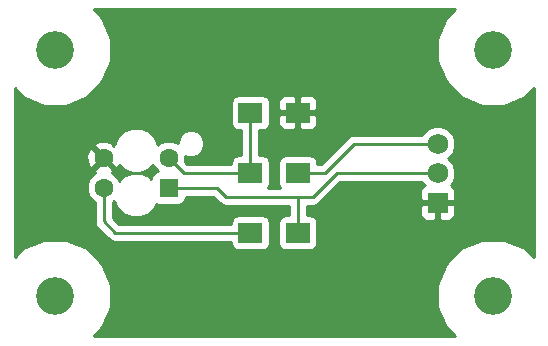
<source format=gbr>
G04 #@! TF.FileFunction,Copper,L1,Top,Signal*
%FSLAX46Y46*%
G04 Gerber Fmt 4.6, Leading zero omitted, Abs format (unit mm)*
G04 Created by KiCad (PCBNEW 4.0.3+e1-6302~38~ubuntu15.04.1-stable) date Fri Aug 26 22:49:12 2016*
%MOMM*%
%LPD*%
G01*
G04 APERTURE LIST*
%ADD10C,0.100000*%
%ADD11C,3.200000*%
%ADD12R,2.000000X1.700000*%
%ADD13R,1.600000X1.600000*%
%ADD14C,1.600000*%
%ADD15R,1.750000X1.750000*%
%ADD16C,1.750000*%
%ADD17C,0.250000*%
%ADD18C,0.254000*%
G04 APERTURE END LIST*
D10*
D11*
X132842000Y-87376000D03*
X169926000Y-87376000D03*
X132842000Y-108204000D03*
X169926000Y-108204000D03*
D12*
X149384000Y-92710000D03*
X153384000Y-92710000D03*
X153384000Y-97790000D03*
X149384000Y-97790000D03*
X153384000Y-102870000D03*
X149384000Y-102870000D03*
D13*
X142450000Y-99060000D03*
D14*
X142450000Y-96520000D03*
X136950000Y-96520000D03*
X136950000Y-99060000D03*
D15*
X165227000Y-100330000D03*
D16*
X165227000Y-97830000D03*
X165227000Y-95330000D03*
D17*
X149384000Y-97790000D02*
X143720000Y-97790000D01*
X143720000Y-97790000D02*
X142450000Y-96520000D01*
X149384000Y-97790000D02*
X149384000Y-92710000D01*
X149384000Y-102870000D02*
X137922000Y-102870000D01*
X136950000Y-101898000D02*
X136950000Y-99060000D01*
X137922000Y-102870000D02*
X136950000Y-101898000D01*
X155194000Y-97790000D02*
X155702000Y-97790000D01*
X155702000Y-97790000D02*
X158162000Y-95330000D01*
X165227000Y-95330000D02*
X158162000Y-95330000D01*
X153384000Y-97790000D02*
X155194000Y-97790000D01*
X165227000Y-97830000D02*
X156678000Y-97830000D01*
X156678000Y-97830000D02*
X155956000Y-98552000D01*
X147320000Y-99822000D02*
X153384000Y-99822000D01*
X146558000Y-99060000D02*
X147320000Y-99822000D01*
X142450000Y-99060000D02*
X146558000Y-99060000D01*
X153384000Y-101346000D02*
X153384000Y-99822000D01*
X153384000Y-99822000D02*
X154686000Y-99822000D01*
X154686000Y-99822000D02*
X155956000Y-98552000D01*
X153384000Y-102870000D02*
X153384000Y-101346000D01*
D18*
G36*
X165920981Y-84694874D02*
X165199823Y-86431617D01*
X165198182Y-88312133D01*
X165916308Y-90050132D01*
X167244874Y-91381019D01*
X168981617Y-92102177D01*
X170862133Y-92103818D01*
X172600132Y-91385692D01*
X173355000Y-90632141D01*
X173355000Y-104948161D01*
X172607126Y-104198981D01*
X170870383Y-103477823D01*
X168989867Y-103476182D01*
X167251868Y-104194308D01*
X165920981Y-105522874D01*
X165199823Y-107259617D01*
X165198182Y-109140133D01*
X165916308Y-110878132D01*
X166669859Y-111633000D01*
X136097839Y-111633000D01*
X136847019Y-110885126D01*
X137568177Y-109148383D01*
X137569818Y-107267867D01*
X136851692Y-105529868D01*
X135523126Y-104198981D01*
X133786383Y-103477823D01*
X131905867Y-103476182D01*
X130167868Y-104194308D01*
X129413000Y-104947859D01*
X129413000Y-99344187D01*
X135514752Y-99344187D01*
X135732757Y-99871800D01*
X136136077Y-100275824D01*
X136190000Y-100298215D01*
X136190000Y-101898000D01*
X136247852Y-102188839D01*
X136412599Y-102435401D01*
X137384599Y-103407401D01*
X137631161Y-103572148D01*
X137922000Y-103630000D01*
X147736560Y-103630000D01*
X147736560Y-103720000D01*
X147780838Y-103955317D01*
X147919910Y-104171441D01*
X148132110Y-104316431D01*
X148384000Y-104367440D01*
X150384000Y-104367440D01*
X150619317Y-104323162D01*
X150835441Y-104184090D01*
X150980431Y-103971890D01*
X151031440Y-103720000D01*
X151031440Y-102020000D01*
X150987162Y-101784683D01*
X150848090Y-101568559D01*
X150635890Y-101423569D01*
X150384000Y-101372560D01*
X148384000Y-101372560D01*
X148148683Y-101416838D01*
X147932559Y-101555910D01*
X147787569Y-101768110D01*
X147736560Y-102020000D01*
X147736560Y-102110000D01*
X138236802Y-102110000D01*
X137710000Y-101583198D01*
X137710000Y-100298646D01*
X137761800Y-100277243D01*
X137861817Y-100177400D01*
X138101043Y-100756372D01*
X138630839Y-101287093D01*
X139323405Y-101574672D01*
X140073305Y-101575326D01*
X140766372Y-101288957D01*
X141297093Y-100759161D01*
X141420883Y-100461043D01*
X141650000Y-100507440D01*
X143250000Y-100507440D01*
X143485317Y-100463162D01*
X143701441Y-100324090D01*
X143846431Y-100111890D01*
X143897440Y-99860000D01*
X143897440Y-99820000D01*
X146243198Y-99820000D01*
X146782599Y-100359401D01*
X147029161Y-100524148D01*
X147320000Y-100582000D01*
X152624000Y-100582000D01*
X152624000Y-101372560D01*
X152384000Y-101372560D01*
X152148683Y-101416838D01*
X151932559Y-101555910D01*
X151787569Y-101768110D01*
X151736560Y-102020000D01*
X151736560Y-103720000D01*
X151780838Y-103955317D01*
X151919910Y-104171441D01*
X152132110Y-104316431D01*
X152384000Y-104367440D01*
X154384000Y-104367440D01*
X154619317Y-104323162D01*
X154835441Y-104184090D01*
X154980431Y-103971890D01*
X155031440Y-103720000D01*
X155031440Y-102020000D01*
X154987162Y-101784683D01*
X154848090Y-101568559D01*
X154635890Y-101423569D01*
X154384000Y-101372560D01*
X154144000Y-101372560D01*
X154144000Y-100615750D01*
X163717000Y-100615750D01*
X163717000Y-101331309D01*
X163813673Y-101564698D01*
X163992301Y-101743327D01*
X164225690Y-101840000D01*
X164941250Y-101840000D01*
X165100000Y-101681250D01*
X165100000Y-100457000D01*
X165354000Y-100457000D01*
X165354000Y-101681250D01*
X165512750Y-101840000D01*
X166228310Y-101840000D01*
X166461699Y-101743327D01*
X166640327Y-101564698D01*
X166737000Y-101331309D01*
X166737000Y-100615750D01*
X166578250Y-100457000D01*
X165354000Y-100457000D01*
X165100000Y-100457000D01*
X163875750Y-100457000D01*
X163717000Y-100615750D01*
X154144000Y-100615750D01*
X154144000Y-100582000D01*
X154686000Y-100582000D01*
X154976839Y-100524148D01*
X155223401Y-100359401D01*
X156992802Y-98590000D01*
X163907203Y-98590000D01*
X163946138Y-98684229D01*
X164123802Y-98862203D01*
X163992301Y-98916673D01*
X163813673Y-99095302D01*
X163717000Y-99328691D01*
X163717000Y-100044250D01*
X163875750Y-100203000D01*
X165100000Y-100203000D01*
X165100000Y-100183000D01*
X165354000Y-100183000D01*
X165354000Y-100203000D01*
X166578250Y-100203000D01*
X166737000Y-100044250D01*
X166737000Y-99328691D01*
X166640327Y-99095302D01*
X166461699Y-98916673D01*
X166330286Y-98862240D01*
X166506370Y-98686463D01*
X166736738Y-98131675D01*
X166737262Y-97530960D01*
X166507862Y-96975771D01*
X166112464Y-96579682D01*
X166506370Y-96186463D01*
X166736738Y-95631675D01*
X166737262Y-95030960D01*
X166507862Y-94475771D01*
X166083463Y-94050630D01*
X165528675Y-93820262D01*
X164927960Y-93819738D01*
X164372771Y-94049138D01*
X163947630Y-94473537D01*
X163907575Y-94570000D01*
X158162000Y-94570000D01*
X157871160Y-94627852D01*
X157624599Y-94792599D01*
X155387198Y-97030000D01*
X155031440Y-97030000D01*
X155031440Y-96940000D01*
X154987162Y-96704683D01*
X154848090Y-96488559D01*
X154635890Y-96343569D01*
X154384000Y-96292560D01*
X152384000Y-96292560D01*
X152148683Y-96336838D01*
X151932559Y-96475910D01*
X151787569Y-96688110D01*
X151736560Y-96940000D01*
X151736560Y-98640000D01*
X151780838Y-98875317D01*
X151900965Y-99062000D01*
X150864200Y-99062000D01*
X150980431Y-98891890D01*
X151031440Y-98640000D01*
X151031440Y-96940000D01*
X150987162Y-96704683D01*
X150848090Y-96488559D01*
X150635890Y-96343569D01*
X150384000Y-96292560D01*
X150144000Y-96292560D01*
X150144000Y-94207440D01*
X150384000Y-94207440D01*
X150619317Y-94163162D01*
X150835441Y-94024090D01*
X150980431Y-93811890D01*
X151031440Y-93560000D01*
X151031440Y-92995750D01*
X151749000Y-92995750D01*
X151749000Y-93686310D01*
X151845673Y-93919699D01*
X152024302Y-94098327D01*
X152257691Y-94195000D01*
X153098250Y-94195000D01*
X153257000Y-94036250D01*
X153257000Y-92837000D01*
X153511000Y-92837000D01*
X153511000Y-94036250D01*
X153669750Y-94195000D01*
X154510309Y-94195000D01*
X154743698Y-94098327D01*
X154922327Y-93919699D01*
X155019000Y-93686310D01*
X155019000Y-92995750D01*
X154860250Y-92837000D01*
X153511000Y-92837000D01*
X153257000Y-92837000D01*
X151907750Y-92837000D01*
X151749000Y-92995750D01*
X151031440Y-92995750D01*
X151031440Y-91860000D01*
X151007674Y-91733690D01*
X151749000Y-91733690D01*
X151749000Y-92424250D01*
X151907750Y-92583000D01*
X153257000Y-92583000D01*
X153257000Y-91383750D01*
X153511000Y-91383750D01*
X153511000Y-92583000D01*
X154860250Y-92583000D01*
X155019000Y-92424250D01*
X155019000Y-91733690D01*
X154922327Y-91500301D01*
X154743698Y-91321673D01*
X154510309Y-91225000D01*
X153669750Y-91225000D01*
X153511000Y-91383750D01*
X153257000Y-91383750D01*
X153098250Y-91225000D01*
X152257691Y-91225000D01*
X152024302Y-91321673D01*
X151845673Y-91500301D01*
X151749000Y-91733690D01*
X151007674Y-91733690D01*
X150987162Y-91624683D01*
X150848090Y-91408559D01*
X150635890Y-91263569D01*
X150384000Y-91212560D01*
X148384000Y-91212560D01*
X148148683Y-91256838D01*
X147932559Y-91395910D01*
X147787569Y-91608110D01*
X147736560Y-91860000D01*
X147736560Y-93560000D01*
X147780838Y-93795317D01*
X147919910Y-94011441D01*
X148132110Y-94156431D01*
X148384000Y-94207440D01*
X148624000Y-94207440D01*
X148624000Y-96292560D01*
X148384000Y-96292560D01*
X148148683Y-96336838D01*
X147932559Y-96475910D01*
X147787569Y-96688110D01*
X147736560Y-96940000D01*
X147736560Y-97030000D01*
X144034802Y-97030000D01*
X143863256Y-96858454D01*
X143884750Y-96806691D01*
X143885126Y-96375927D01*
X144123244Y-96474803D01*
X144574775Y-96475197D01*
X144992086Y-96302767D01*
X145311645Y-95983765D01*
X145484803Y-95566756D01*
X145485197Y-95115225D01*
X145312767Y-94697914D01*
X144993765Y-94378355D01*
X144576756Y-94205197D01*
X144125225Y-94204803D01*
X143707914Y-94377233D01*
X143388355Y-94696235D01*
X143215197Y-95113244D01*
X143215048Y-95283881D01*
X142736691Y-95085250D01*
X142165813Y-95084752D01*
X141638200Y-95302757D01*
X141538183Y-95402600D01*
X141298957Y-94823628D01*
X140769161Y-94292907D01*
X140076595Y-94005328D01*
X139326695Y-94004674D01*
X138633628Y-94291043D01*
X138102907Y-94820839D01*
X137842554Y-95447838D01*
X137778139Y-95512253D01*
X137704005Y-95266136D01*
X137166777Y-95073035D01*
X136596546Y-95100222D01*
X136195995Y-95266136D01*
X136121861Y-95512255D01*
X136950000Y-96340395D01*
X136964142Y-96326252D01*
X137143748Y-96505858D01*
X137129605Y-96520000D01*
X137957745Y-97348139D01*
X138203864Y-97274005D01*
X138260587Y-97116195D01*
X138630839Y-97487093D01*
X139323405Y-97774672D01*
X140073305Y-97775326D01*
X140766372Y-97488957D01*
X141142536Y-97113449D01*
X141232757Y-97331800D01*
X141534688Y-97634258D01*
X141414683Y-97656838D01*
X141198559Y-97795910D01*
X141053569Y-98008110D01*
X141002560Y-98260000D01*
X141002560Y-98326714D01*
X140769161Y-98092907D01*
X140076595Y-97805328D01*
X139326695Y-97804674D01*
X138633628Y-98091043D01*
X138257464Y-98466551D01*
X138167243Y-98248200D01*
X137763923Y-97844176D01*
X137649232Y-97796552D01*
X137704005Y-97773864D01*
X137778139Y-97527745D01*
X136950000Y-96699605D01*
X136121861Y-97527745D01*
X136195995Y-97773864D01*
X136254254Y-97794805D01*
X136138200Y-97842757D01*
X135734176Y-98246077D01*
X135515250Y-98773309D01*
X135514752Y-99344187D01*
X129413000Y-99344187D01*
X129413000Y-96303223D01*
X135503035Y-96303223D01*
X135530222Y-96873454D01*
X135696136Y-97274005D01*
X135942255Y-97348139D01*
X136770395Y-96520000D01*
X135942255Y-95691861D01*
X135696136Y-95765995D01*
X135503035Y-96303223D01*
X129413000Y-96303223D01*
X129413000Y-90631839D01*
X130160874Y-91381019D01*
X131897617Y-92102177D01*
X133778133Y-92103818D01*
X135516132Y-91385692D01*
X136847019Y-90057126D01*
X137568177Y-88320383D01*
X137569818Y-86439867D01*
X136851692Y-84701868D01*
X136098141Y-83947000D01*
X166670161Y-83947000D01*
X165920981Y-84694874D01*
X165920981Y-84694874D01*
G37*
X165920981Y-84694874D02*
X165199823Y-86431617D01*
X165198182Y-88312133D01*
X165916308Y-90050132D01*
X167244874Y-91381019D01*
X168981617Y-92102177D01*
X170862133Y-92103818D01*
X172600132Y-91385692D01*
X173355000Y-90632141D01*
X173355000Y-104948161D01*
X172607126Y-104198981D01*
X170870383Y-103477823D01*
X168989867Y-103476182D01*
X167251868Y-104194308D01*
X165920981Y-105522874D01*
X165199823Y-107259617D01*
X165198182Y-109140133D01*
X165916308Y-110878132D01*
X166669859Y-111633000D01*
X136097839Y-111633000D01*
X136847019Y-110885126D01*
X137568177Y-109148383D01*
X137569818Y-107267867D01*
X136851692Y-105529868D01*
X135523126Y-104198981D01*
X133786383Y-103477823D01*
X131905867Y-103476182D01*
X130167868Y-104194308D01*
X129413000Y-104947859D01*
X129413000Y-99344187D01*
X135514752Y-99344187D01*
X135732757Y-99871800D01*
X136136077Y-100275824D01*
X136190000Y-100298215D01*
X136190000Y-101898000D01*
X136247852Y-102188839D01*
X136412599Y-102435401D01*
X137384599Y-103407401D01*
X137631161Y-103572148D01*
X137922000Y-103630000D01*
X147736560Y-103630000D01*
X147736560Y-103720000D01*
X147780838Y-103955317D01*
X147919910Y-104171441D01*
X148132110Y-104316431D01*
X148384000Y-104367440D01*
X150384000Y-104367440D01*
X150619317Y-104323162D01*
X150835441Y-104184090D01*
X150980431Y-103971890D01*
X151031440Y-103720000D01*
X151031440Y-102020000D01*
X150987162Y-101784683D01*
X150848090Y-101568559D01*
X150635890Y-101423569D01*
X150384000Y-101372560D01*
X148384000Y-101372560D01*
X148148683Y-101416838D01*
X147932559Y-101555910D01*
X147787569Y-101768110D01*
X147736560Y-102020000D01*
X147736560Y-102110000D01*
X138236802Y-102110000D01*
X137710000Y-101583198D01*
X137710000Y-100298646D01*
X137761800Y-100277243D01*
X137861817Y-100177400D01*
X138101043Y-100756372D01*
X138630839Y-101287093D01*
X139323405Y-101574672D01*
X140073305Y-101575326D01*
X140766372Y-101288957D01*
X141297093Y-100759161D01*
X141420883Y-100461043D01*
X141650000Y-100507440D01*
X143250000Y-100507440D01*
X143485317Y-100463162D01*
X143701441Y-100324090D01*
X143846431Y-100111890D01*
X143897440Y-99860000D01*
X143897440Y-99820000D01*
X146243198Y-99820000D01*
X146782599Y-100359401D01*
X147029161Y-100524148D01*
X147320000Y-100582000D01*
X152624000Y-100582000D01*
X152624000Y-101372560D01*
X152384000Y-101372560D01*
X152148683Y-101416838D01*
X151932559Y-101555910D01*
X151787569Y-101768110D01*
X151736560Y-102020000D01*
X151736560Y-103720000D01*
X151780838Y-103955317D01*
X151919910Y-104171441D01*
X152132110Y-104316431D01*
X152384000Y-104367440D01*
X154384000Y-104367440D01*
X154619317Y-104323162D01*
X154835441Y-104184090D01*
X154980431Y-103971890D01*
X155031440Y-103720000D01*
X155031440Y-102020000D01*
X154987162Y-101784683D01*
X154848090Y-101568559D01*
X154635890Y-101423569D01*
X154384000Y-101372560D01*
X154144000Y-101372560D01*
X154144000Y-100615750D01*
X163717000Y-100615750D01*
X163717000Y-101331309D01*
X163813673Y-101564698D01*
X163992301Y-101743327D01*
X164225690Y-101840000D01*
X164941250Y-101840000D01*
X165100000Y-101681250D01*
X165100000Y-100457000D01*
X165354000Y-100457000D01*
X165354000Y-101681250D01*
X165512750Y-101840000D01*
X166228310Y-101840000D01*
X166461699Y-101743327D01*
X166640327Y-101564698D01*
X166737000Y-101331309D01*
X166737000Y-100615750D01*
X166578250Y-100457000D01*
X165354000Y-100457000D01*
X165100000Y-100457000D01*
X163875750Y-100457000D01*
X163717000Y-100615750D01*
X154144000Y-100615750D01*
X154144000Y-100582000D01*
X154686000Y-100582000D01*
X154976839Y-100524148D01*
X155223401Y-100359401D01*
X156992802Y-98590000D01*
X163907203Y-98590000D01*
X163946138Y-98684229D01*
X164123802Y-98862203D01*
X163992301Y-98916673D01*
X163813673Y-99095302D01*
X163717000Y-99328691D01*
X163717000Y-100044250D01*
X163875750Y-100203000D01*
X165100000Y-100203000D01*
X165100000Y-100183000D01*
X165354000Y-100183000D01*
X165354000Y-100203000D01*
X166578250Y-100203000D01*
X166737000Y-100044250D01*
X166737000Y-99328691D01*
X166640327Y-99095302D01*
X166461699Y-98916673D01*
X166330286Y-98862240D01*
X166506370Y-98686463D01*
X166736738Y-98131675D01*
X166737262Y-97530960D01*
X166507862Y-96975771D01*
X166112464Y-96579682D01*
X166506370Y-96186463D01*
X166736738Y-95631675D01*
X166737262Y-95030960D01*
X166507862Y-94475771D01*
X166083463Y-94050630D01*
X165528675Y-93820262D01*
X164927960Y-93819738D01*
X164372771Y-94049138D01*
X163947630Y-94473537D01*
X163907575Y-94570000D01*
X158162000Y-94570000D01*
X157871160Y-94627852D01*
X157624599Y-94792599D01*
X155387198Y-97030000D01*
X155031440Y-97030000D01*
X155031440Y-96940000D01*
X154987162Y-96704683D01*
X154848090Y-96488559D01*
X154635890Y-96343569D01*
X154384000Y-96292560D01*
X152384000Y-96292560D01*
X152148683Y-96336838D01*
X151932559Y-96475910D01*
X151787569Y-96688110D01*
X151736560Y-96940000D01*
X151736560Y-98640000D01*
X151780838Y-98875317D01*
X151900965Y-99062000D01*
X150864200Y-99062000D01*
X150980431Y-98891890D01*
X151031440Y-98640000D01*
X151031440Y-96940000D01*
X150987162Y-96704683D01*
X150848090Y-96488559D01*
X150635890Y-96343569D01*
X150384000Y-96292560D01*
X150144000Y-96292560D01*
X150144000Y-94207440D01*
X150384000Y-94207440D01*
X150619317Y-94163162D01*
X150835441Y-94024090D01*
X150980431Y-93811890D01*
X151031440Y-93560000D01*
X151031440Y-92995750D01*
X151749000Y-92995750D01*
X151749000Y-93686310D01*
X151845673Y-93919699D01*
X152024302Y-94098327D01*
X152257691Y-94195000D01*
X153098250Y-94195000D01*
X153257000Y-94036250D01*
X153257000Y-92837000D01*
X153511000Y-92837000D01*
X153511000Y-94036250D01*
X153669750Y-94195000D01*
X154510309Y-94195000D01*
X154743698Y-94098327D01*
X154922327Y-93919699D01*
X155019000Y-93686310D01*
X155019000Y-92995750D01*
X154860250Y-92837000D01*
X153511000Y-92837000D01*
X153257000Y-92837000D01*
X151907750Y-92837000D01*
X151749000Y-92995750D01*
X151031440Y-92995750D01*
X151031440Y-91860000D01*
X151007674Y-91733690D01*
X151749000Y-91733690D01*
X151749000Y-92424250D01*
X151907750Y-92583000D01*
X153257000Y-92583000D01*
X153257000Y-91383750D01*
X153511000Y-91383750D01*
X153511000Y-92583000D01*
X154860250Y-92583000D01*
X155019000Y-92424250D01*
X155019000Y-91733690D01*
X154922327Y-91500301D01*
X154743698Y-91321673D01*
X154510309Y-91225000D01*
X153669750Y-91225000D01*
X153511000Y-91383750D01*
X153257000Y-91383750D01*
X153098250Y-91225000D01*
X152257691Y-91225000D01*
X152024302Y-91321673D01*
X151845673Y-91500301D01*
X151749000Y-91733690D01*
X151007674Y-91733690D01*
X150987162Y-91624683D01*
X150848090Y-91408559D01*
X150635890Y-91263569D01*
X150384000Y-91212560D01*
X148384000Y-91212560D01*
X148148683Y-91256838D01*
X147932559Y-91395910D01*
X147787569Y-91608110D01*
X147736560Y-91860000D01*
X147736560Y-93560000D01*
X147780838Y-93795317D01*
X147919910Y-94011441D01*
X148132110Y-94156431D01*
X148384000Y-94207440D01*
X148624000Y-94207440D01*
X148624000Y-96292560D01*
X148384000Y-96292560D01*
X148148683Y-96336838D01*
X147932559Y-96475910D01*
X147787569Y-96688110D01*
X147736560Y-96940000D01*
X147736560Y-97030000D01*
X144034802Y-97030000D01*
X143863256Y-96858454D01*
X143884750Y-96806691D01*
X143885126Y-96375927D01*
X144123244Y-96474803D01*
X144574775Y-96475197D01*
X144992086Y-96302767D01*
X145311645Y-95983765D01*
X145484803Y-95566756D01*
X145485197Y-95115225D01*
X145312767Y-94697914D01*
X144993765Y-94378355D01*
X144576756Y-94205197D01*
X144125225Y-94204803D01*
X143707914Y-94377233D01*
X143388355Y-94696235D01*
X143215197Y-95113244D01*
X143215048Y-95283881D01*
X142736691Y-95085250D01*
X142165813Y-95084752D01*
X141638200Y-95302757D01*
X141538183Y-95402600D01*
X141298957Y-94823628D01*
X140769161Y-94292907D01*
X140076595Y-94005328D01*
X139326695Y-94004674D01*
X138633628Y-94291043D01*
X138102907Y-94820839D01*
X137842554Y-95447838D01*
X137778139Y-95512253D01*
X137704005Y-95266136D01*
X137166777Y-95073035D01*
X136596546Y-95100222D01*
X136195995Y-95266136D01*
X136121861Y-95512255D01*
X136950000Y-96340395D01*
X136964142Y-96326252D01*
X137143748Y-96505858D01*
X137129605Y-96520000D01*
X137957745Y-97348139D01*
X138203864Y-97274005D01*
X138260587Y-97116195D01*
X138630839Y-97487093D01*
X139323405Y-97774672D01*
X140073305Y-97775326D01*
X140766372Y-97488957D01*
X141142536Y-97113449D01*
X141232757Y-97331800D01*
X141534688Y-97634258D01*
X141414683Y-97656838D01*
X141198559Y-97795910D01*
X141053569Y-98008110D01*
X141002560Y-98260000D01*
X141002560Y-98326714D01*
X140769161Y-98092907D01*
X140076595Y-97805328D01*
X139326695Y-97804674D01*
X138633628Y-98091043D01*
X138257464Y-98466551D01*
X138167243Y-98248200D01*
X137763923Y-97844176D01*
X137649232Y-97796552D01*
X137704005Y-97773864D01*
X137778139Y-97527745D01*
X136950000Y-96699605D01*
X136121861Y-97527745D01*
X136195995Y-97773864D01*
X136254254Y-97794805D01*
X136138200Y-97842757D01*
X135734176Y-98246077D01*
X135515250Y-98773309D01*
X135514752Y-99344187D01*
X129413000Y-99344187D01*
X129413000Y-96303223D01*
X135503035Y-96303223D01*
X135530222Y-96873454D01*
X135696136Y-97274005D01*
X135942255Y-97348139D01*
X136770395Y-96520000D01*
X135942255Y-95691861D01*
X135696136Y-95765995D01*
X135503035Y-96303223D01*
X129413000Y-96303223D01*
X129413000Y-90631839D01*
X130160874Y-91381019D01*
X131897617Y-92102177D01*
X133778133Y-92103818D01*
X135516132Y-91385692D01*
X136847019Y-90057126D01*
X137568177Y-88320383D01*
X137569818Y-86439867D01*
X136851692Y-84701868D01*
X136098141Y-83947000D01*
X166670161Y-83947000D01*
X165920981Y-84694874D01*
M02*

</source>
